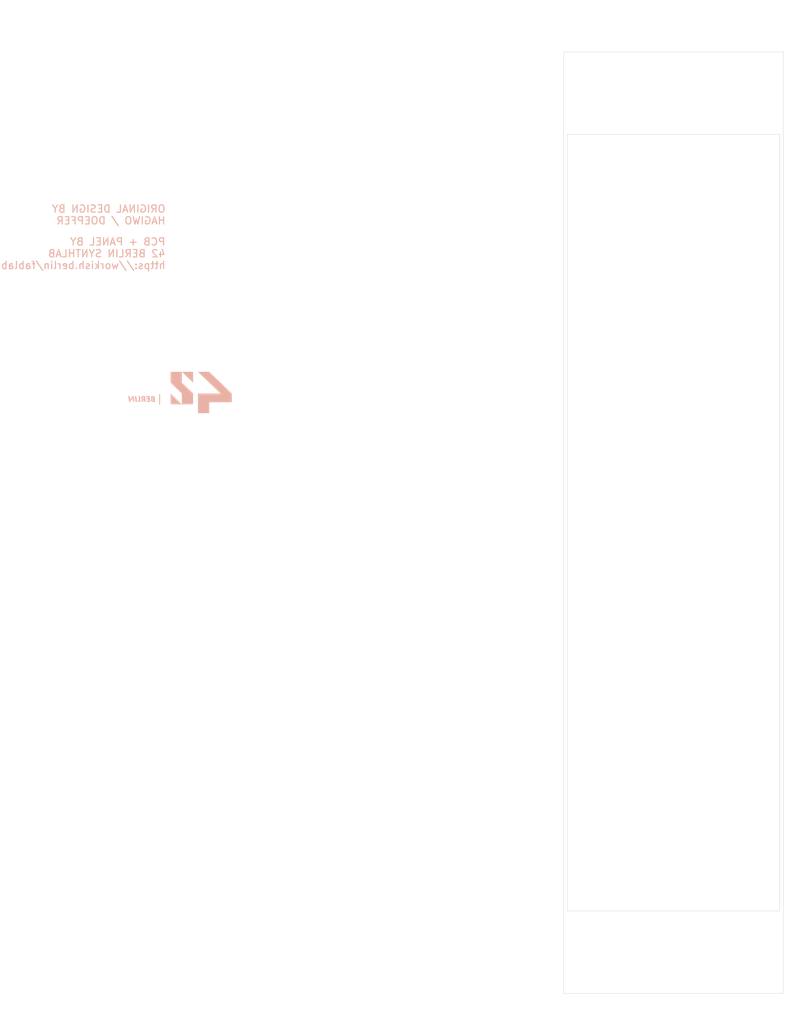
<source format=kicad_pcb>
(kicad_pcb (version 20221018) (generator pcbnew)
  (layers (0 "F.Cu" signal) (31 "B.Cu" signal) (37 "F.SilkS" user "F.Silkscreen") (38 "B.Mask" user) (39 "F.Mask" user) (44 "Edge.Cuts" user))
  (net 0 "")
  (footprint "Library:Eurorack_Panel_ScrewHole_Oval" (layer "F.Cu") (at 111.76 38.5572)
    (fp_text reference "REF**" hide)
    (fp_text value "Eurorack_Panel_ScrewHole_Oval" hide)
    (pad "" np_thru_hole oval locked (at 0 0) (size 5.2 3.2) (drill oval 5.2 3.2) (layers "F&B.Cu" "*.Mask"))
  )
  (footprint "Library:Eurorack_Panel_ScrewHole_Oval" (layer "F.Cu") (at 132.08 161.0614)
    (fp_text reference "REF**" hide)
    (fp_text value "Eurorack_Panel_ScrewHole_Oval" hide)
    (pad "" np_thru_hole oval locked (at 0 0) (size 5.2 3.2) (drill oval 5.2 3.2) (layers "F&B.Cu" "*.Mask"))
  )
  (gr_poly (pts (xy 60.054224 82.18843) (xy 56.973784 82.18843) (xy 56.973784 84.865351) (xy 58.514 84.865351) (xy 58.514 83.386) (xy 61.593718 83.386) (xy 61.593718 82.18843) (xy 58.514 79.229726) (xy 56.973784 79.229726)) (fill solid) (layer "B.SilkS"))
  (gr_poly (pts (xy 50.773449 82.531579) (xy 50.7631 82.532091) (xy 50.752522 82.532901) (xy 50.741769 82.534065) (xy 50.730895 82.535636) (xy 50.719956 82.537669) (xy 50.709005 82.540218) (xy 50.698097 82.543338) (xy 50.687285 82.547082) (xy 50.676626 82.551504) (xy 50.666172 82.55666) (xy 50.65598 82.562604) (xy 50.646101 82.569389) (xy 50.641297 82.573114) (xy 50.636593 82.57707) (xy 50.631994 82.581263) (xy 50.627507 82.585701) (xy 50.622527 82.591087) (xy 50.617691 82.596895) (xy 50.613025 82.603123) (xy 50.608553 82.609767) (xy 50.604298 82.616824) (xy 50.600287 82.62429) (xy 50.596542 82.632163) (xy 50.593088 82.640439) (xy 50.589949 82.649116) (xy 50.58715 82.658189) (xy 50.584715 82.667656) (xy 50.582668 82.677513) (xy 50.581034 82.687758) (xy 50.579837 82.698386) (xy 50.5791 82.709395) (xy 50.578849 82.720782) (xy 50.578993 82.730186) (xy 50.579422 82.739339) (xy 50.580133 82.748246) (xy 50.581124 82.75691) (xy 50.582391 82.765336) (xy 50.583931 82.773528) (xy 50.585741 82.781491) (xy 50.587819 82.789228) (xy 50.590161 82.796743) (xy 50.592764 82.804042) (xy 50.595625 82.811128) (xy 50.598741 82.818005) (xy 50.602109 82.824677) (xy 50.605726 82.83115) (xy 50.609589 82.837426) (xy 50.613696 82.843511) (xy 50.618374 82.849966) (xy 50.623145 82.855992) (xy 50.627996 82.861606) (xy 50.632915 82.866822) (xy 50.637891 82.871654) (xy 50.642911 82.876119) (xy 50.647963 82.88023) (xy 50.653035 82.884002) (xy 50.658117 82.887451) (xy 50.663194 82.890592) (xy 50.668256 82.893439) (xy 50.67329 82.896007) (xy 50.678285 82.898311) (xy 50.683228 82.900366) (xy 50.688108 82.902187) (xy 50.692913 82.903789) (xy 50.685813 82.905668) (xy 50.678951 82.907755) (xy 50.672325 82.910035) (xy 50.665934 82.912495) (xy 50.659777 82.915121) (xy 50.653852 82.917899) (xy 50.64816 82.920815) (xy 50.642698 82.923855) (xy 50.637466 82.927007) (xy 50.632462 82.930255) (xy 50.627687 82.933586) (xy 50.623138 82.936986) (xy 50.618814 82.940441) (xy 50.614716 82.943938) (xy 50.61084 82.947462) (xy 50.607187 82.951001) (xy 50.600885 82.957709) (xy 50.595066 82.964501) (xy 50.589721 82.97139) (xy 50.584838 82.978392) (xy 50.580408 82.985522) (xy 50.576419 82.992795) (xy 50.572861 83.000224) (xy 50.569723 83.007826) (xy 50.566993 83.015616) (xy 50.564663 83.023607) (xy 50.562721 83.031816) (xy 50.561155 83.040256) (xy 50.559956 83.048944) (xy 50.559113 83.057893) (xy 50.558615 83.067118) (xy 50.558452 83.076636) (xy 50.55881 83.091956) (xy 50.559853 83.106605) (xy 50.561534 83.120589) (xy 50.563803 83.133918) (xy 50.566613 83.1466) (xy 50.569916 83.158644) (xy 50.573664 83.170058) (xy 50.577809 83.180851) (xy 50.582302 83.191031) (xy 50.587097 83.200607) (xy 50.592144 83.209587) (xy 50.597395 83.217979) (xy 50.602804 83.225793) (xy 50.608321 83.233037) (xy 50.613899 83.239719) (xy 50.61949 83.245847) (xy 50.62516 83.251555) (xy 50.63099 83.256973) (xy 50.636972 83.262106) (xy 50.643099 83.266963) (xy 50.655765 83.275878) (xy 50.668931 83.283773) (xy 50.682545 83.290706) (xy 50.696551 83.296735) (xy 50.710896 83.301918) (xy 50.725524 83.30631) (xy 50.740383 83.309971) (xy 50.755417 83.312958) (xy 50.770572 83.315327) (xy 50.785794 83.317137) (xy 50.801028 83.318444) (xy 50.816221 83.319307) (xy 50.831317 83.319782) (xy 50.846264 83.319928) (xy 51.12614 83.319928) (xy 51.10948 83.177585) (xy 50.93572 83.177585) (xy 50.872458 83.177585) (xy 50.859333 83.177378) (xy 50.844846 83.176608) (xy 50.837263 83.175944) (xy 50.829544 83.175056) (xy 50.821756 83.173917) (xy 50.813968 83.1725) (xy 50.806248 83.170776) (xy 50.798664 83.168718) (xy 50.791284 83.166299) (xy 50.784176 83.16349) (xy 50.777408 83.160265) (xy 50.771048 83.156595) (xy 50.768042 83.154585) (xy 50.765164 83.152453) (xy 50.762422 83.150196) (xy 50.759824 83.147811) (xy 50.757848 83.145885) (xy 50.755751 83.143641) (xy 50.753568 83.141067) (xy 50.751334 83.138152) (xy 50.749082 83.134884) (xy 50.746846 83.131251) (xy 50.744661 83.127241) (xy 50.743598 83.125092) (xy 50.742561 83.122844) (xy 50.741553 83.120496) (xy 50.74058 83.118046) (xy 50.739644 83.115493) (xy 50.738752 83.112837) (xy 50.737906 83.110074) (xy 50.737111 83.107204) (xy 50.736372 83.104225) (xy 50.735692 83.101136) (xy 50.735077 83.097935) (xy 50.734529 83.094621) (xy 50.734054 83.091192) (xy 50.733656 83.087647) (xy 50.733339 83.083985) (xy 50.733107 83.080204) (xy 50.732965 83.076302) (xy 50.732917 83.072278) (xy 50.732962 83.069057) (xy 50.733106 83.06567) (xy 50.733363 83.062141) (xy 50.733748 83.058492) (xy 50.734272 83.054745) (xy 50.734951 83.050922) (xy 50.735797 83.047046) (xy 50.736826 83.043139) (xy 50.738049 83.039224) (xy 50.739482 83.035322) (xy 50.741137 83.031457) (xy 50.743029 83.02765) (xy 50.745172 83.023923) (xy 50.747578 83.0203) (xy 50.750262 83.016803) (xy 50.753237 83.013453) (xy 50.755637 83.011074) (xy 50.758187 83.008834) (xy 50.760875 83.006732) (xy 50.763689 83.00476) (xy 50.766616 83.002917) (xy 50.769646 83.001197) (xy 50.775965 82.998111) (xy 50.782551 82.995466) (xy 50.78931 82.993231) (xy 50.796146 82.99137) (xy 50.802965 82.989849) (xy 50.809672 82.988635) (xy 50.816174 82.987693) (xy 50.822374 82.986989) (xy 50.828179 82.98649) (xy 50.838223 82.985968) (xy 50.845549 82.985855) (xy 50.913177 82.985855) (xy 50.93572 83.177585) (xy 51.10948 83.177585) (xy 51.071314 82.851504) (xy 50.897937 82.851504) (xy 50.862298 82.851504) (xy 50.850908 82.851297) (xy 50.844899 82.850997) (xy 50.838731 82.850528) (xy 50.832443 82.849863) (xy 50.826074 82.848975) (xy 50.819662 82.847836) (xy 50.813244 82.846418) (xy 50.80686 82.844694) (xy 50.800548 82.842636) (xy 50.794346 82.840216) (xy 50.788293 82.837407) (xy 50.782427 82.83418) (xy 50.776786 82.83051) (xy 50.771409 82.826366) (xy 50.768831 82.824109) (xy 50.766333 82.821723) (xy 50.763279 82.818459) (xy 50.760399 82.814943) (xy 50.757697 82.811194) (xy 50.755175 82.807234) (xy 50.752837 82.803083) (xy 50.750685 82.79876) (xy 50.748724 82.794286) (xy 50.746956 82.789681) (xy 50.745384 82.784966) (xy 50.744011 82.78016) (xy 50.742841 82.775283) (xy 50.741877 82.770357) (xy 50.741121 82.765401) (xy 50.740578 82.760435) (xy 50.740249 82.75548) (xy 50.740139 82.750555) (xy 50.740297 82.744732) (xy 50.740753 82.73924) (xy 50.741481 82.734069) (xy 50.742457 82.729209) (xy 50.743655 82.724652) (xy 50.745049 82.720388) (xy 50.746614 82.716406) (xy 50.748325 82.712698) (xy 50.750156 82.709254) (xy 50.752081 82.706064) (xy 50.754075 82.703119) (xy 50.756113 82.700409) (xy 50.758169 82.697925) (xy 50.760218 82.695657) (xy 50.762233 82.693595) (xy 50.764191 82.69173) (xy 50.766191 82.690078) (xy 50.768243 82.688525) (xy 50.770346 82.687069) (xy 50.772497 82.685705) (xy 50.776931 82.683244) (xy 50.781523 82.681118) (xy 50.786253 82.679303) (xy 50.791098 82.677775) (xy 50.796038 82.676508) (xy 50.80105 82.675478) (xy 50.806114 82.674662) (xy 50.811207 82.674033) (xy 50.816308 82.673569) (xy 50.821396 82.673244) (xy 50.831446 82.672913) (xy 50.841185 82.672847) (xy 50.877538 82.672847) (xy 50.897937 82.851504) (xy 51.071314 82.851504) (xy 51.033828 82.531234) (xy 50.793242 82.531234)) (fill solid) (layer "B.SilkS"))
  (gr_poly (pts (xy 53.234102 83.667813) (xy 54.774287 83.667813) (xy 53.234102 82.188461)) (fill solid) (layer "B.SilkS"))
  (gr_poly (pts (xy 49.469661 82.531671) (xy 49.456279 82.532325) (xy 49.442974 82.533366) (xy 49.429765 82.534867) (xy 49.416673 82.5369) (xy 49.403719 82.539537) (xy 49.390924 82.542851) (xy 49.378306 82.546913) (xy 49.365888 82.551797) (xy 49.353689 82.557575) (xy 49.341731 82.564319) (xy 49.330033 82.572101) (xy 49.318615 82.580994) (xy 49.307499 82.59107) (xy 49.296705 82.602402) (xy 49.291784 82.607978) (xy 49.286872 82.614093) (xy 49.282012 82.62076) (xy 49.277246 82.627989) (xy 49.272617 82.635793) (xy 49.268167 82.644184) (xy 49.263938 82.653172) (xy 49.259975 82.66277) (xy 49.256318 82.672988) (xy 49.25301 82.68384) (xy 49.250095 82.695337) (xy 49.247614 82.70749) (xy 49.245611 82.720311) (xy 49.244127 82.733811) (xy 49.243206 82.748003) (xy 49.242969 82.755362) (xy 49.242889 82.762898) (xy 49.243176 82.776736) (xy 49.244026 82.790193) (xy 49.245419 82.803266) (xy 49.247338 82.815948) (xy 49.249764 82.828234) (xy 49.25268 82.840119) (xy 49.256066 82.851598) (xy 49.259905 82.862666) (xy 49.264178 82.873316) (xy 49.268868 82.883544) (xy 49.273955 82.893344) (xy 49.279422 82.902711) (xy 49.285251 82.91164) (xy 49.291422 82.920126) (xy 49.297919 82.928162) (xy 49.304721 82.935745) (xy 49.310995 82.941881) (xy 49.317536 82.947755) (xy 49.324322 82.953364) (xy 49.331331 82.958702) (xy 49.338541 82.963763) (xy 49.345928 82.968542) (xy 49.353472 82.973033) (xy 49.361148 82.977232) (xy 49.368935 82.981134) (xy 49.37681 82.984732) (xy 49.384751 82.988022) (xy 49.392736 82.990998) (xy 49.400741 82.993654) (xy 49.408745 82.995987) (xy 49.416725 82.99799) (xy 49.424658 82.999658) (xy 49.230587 83.319928) (xy 49.433389 83.319928) (xy 49.615078 83.009096) (xy 49.651433 83.319928) (xy 49.825104 83.319928) (xy 49.774697 82.889263) (xy 49.601268 82.889263) (xy 49.558404 82.889263) (xy 49.547146 82.889059) (xy 49.541103 82.888765) (xy 49.534836 82.88831) (xy 49.528386 82.887668) (xy 49.521791 82.886813) (xy 49.515092 82.88572) (xy 49.508329 82.884363) (xy 49.50154 82.882716) (xy 49.494766 82.880755) (xy 49.488045 82.878453) (xy 49.481419 82.875785) (xy 49.474926 82.872725) (xy 49.468607 82.869249) (xy 49.4625 82.865329) (xy 49.456645 82.860942) (xy 49.453846 82.8586) (xy 49.451176 82.856204) (xy 49.448633 82.853756) (xy 49.446214 82.851259) (xy 49.443917 82.848714) (xy 49.441738 82.846124) (xy 49.437726 82.840811) (xy 49.434158 82.835337) (xy 49.431011 82.829716) (xy 49.428265 82.823963) (xy 49.425899 82.818094) (xy 49.42389 82.812122) (xy 49.422219 82.806062) (xy 49.420863 82.799931) (xy 49.419801 82.793742) (xy 49.419012 82.78751) (xy 49.418475 82.781251) (xy 49.418168 82.774979) (xy 49.418071 82.768708) (xy 49.418144 82.763998) (xy 49.418382 82.759145) (xy 49.418813 82.754177) (xy 49.419464 82.749123) (xy 49.420363 82.744009) (xy 49.421536 82.738862) (xy 49.423011 82.733712) (xy 49.424817 82.728585) (xy 49.426979 82.72351) (xy 49.429526 82.718512) (xy 49.432485 82.713622) (xy 49.434128 82.711225) (xy 49.435884 82.708865) (xy 49.437757 82.706545) (xy 49.43975 82.70427) (xy 49.441866 82.702041) (xy 49.44411 82.699864) (xy 49.446484 82.69774) (xy 49.448992 82.695675) (xy 49.451637 82.69367) (xy 49.454423 82.69173) (xy 49.458768 82.689004) (xy 49.463346 82.686539) (xy 49.468151 82.684323) (xy 49.473179 82.682344) (xy 49.478425 82.68059) (xy 49.483882 82.679051) (xy 49.489546 82.677714) (xy 49.495411 82.676568) (xy 49.501472 82.6756) (xy 49.507725 82.674799) (xy 49.514163 82.674154) (xy 49.520783 82.673652) (xy 49.527577 82.673282) (xy 49.534542 82.673033) (xy 49.54896 82.672847) (xy 49.575073 82.672847) (xy 49.601268 82.889263) (xy 49.774697 82.889263) (xy 49.732791 82.531234) (xy 49.496571 82.531234)) (fill solid) (layer "B.SilkS"))
  (gr_poly (pts (xy 53.234023 80.709078) (xy 54.774239 82.18843) (xy 54.774239 83.667781) (xy 56.313733 83.667781) (xy 56.313733 82.18843) (xy 54.774239 80.709078) (xy 54.774239 79.229726) (xy 53.234023 79.229726)) (fill solid) (layer "B.SilkS"))
  (gr_poly (pts (xy 47.699681 83.043957) (xy 47.638641 82.531234) (xy 47.464969 82.531234) (xy 47.557282 83.319928) (xy 47.708411 83.319928) (xy 48.057344 82.8043) (xy 48.116955 83.319928) (xy 48.290627 83.319928) (xy 48.196885 82.531234) (xy 48.045676 82.531234)) (fill solid) (layer "B.SilkS"))
  (gr_poly (pts (xy 56.313733 80.709078) (xy 56.313733 79.229726) (xy 54.774239 79.229726)) (fill solid) (layer "B.SilkS"))
  (gr_poly (pts (xy 48.949281 83.165964) (xy 48.71449 83.165964) (xy 48.732666 83.319198) (xy 49.14113 83.319198) (xy 49.048104 82.531234) (xy 48.87435 82.531234)) (fill solid) (layer "B.SilkS"))
  (gr_poly (pts (xy 48.458585 83.319198) (xy 48.632336 83.319198) (xy 48.540024 82.531234) (xy 48.366272 82.531234)) (fill solid) (layer "B.SilkS"))
  (gr_poly (pts (xy 49.886144 82.684468) (xy 50.179118 82.684468) (xy 50.200945 82.836979) (xy 49.918133 82.836979) (xy 49.93996 82.990942) (xy 50.221979 82.990942) (xy 50.245951 83.165964) (xy 49.947977 83.165964) (xy 49.969011 83.319928) (xy 50.469154 83.319928) (xy 50.359378 82.531234) (xy 49.864396 82.531234)) (fill solid) (layer "B.SilkS"))
  (gr_poly (pts (xy 51.682162 83.714985) (xy 51.799876 83.714985) (xy 51.799876 82.230554) (xy 51.682162 82.230554)) (fill solid) (layer "B.SilkS"))
  (gr_rect locked (start 107.42 46.81) (end 136.42 152.81) (stroke (width 0.05)) (fill none) (layer "Edge.Cuts"))
  (gr_rect locked (start 106.92 35.56) (end 136.92 164.06) (stroke (width 0.05)) (fill none) (layer "Edge.Cuts"))
  (gr_text "ORIGINAL DESIGN BY\nHAGIWO / DOEPFER\n" (at 52.617474 59.182) (layer "B.SilkS") (effects (font (size 1 1)) (justify left bottom mirror)))
  (gr_text "PCB + PANEL BY\n42 BERLIN SYNTHLAB\nhttps://workish.berlin/fablab\n" (at 52.617474 65.278) (layer "B.SilkS") (effects (font (size 1 1)) (justify left bottom mirror)))
)
</source>
